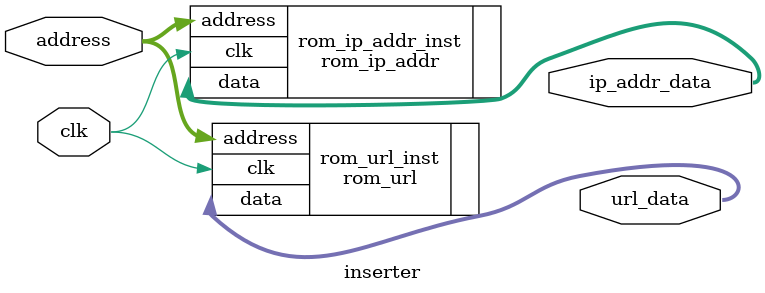
<source format=v>
`timescale 1 ps / 1 ps

module inserter (
  input  wire         clk,
  output wire  [31:0] ip_addr_data,
  output wire [511:0] url_data,
  input  wire  [11:0] address
);

  rom_ip_addr
  rom_ip_addr_inst (
    .clk      (clk),
    .data     (ip_addr_data),
    .address  (address)
  );

  rom_url
  rom_url_inst (
    .clk      (clk),
    .data     (url_data),
    .address  (address)
  );

endmodule

</source>
